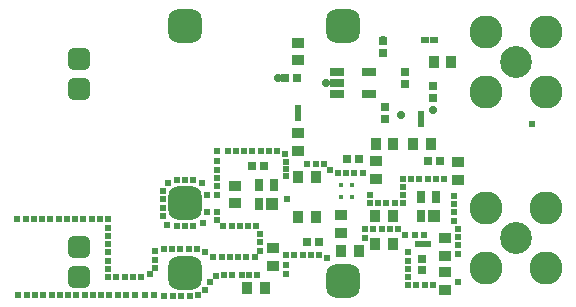
<source format=gts>
%FSLAX44Y44*%
%MOMM*%
G71*
G01*
G75*
G04 Layer_Color=8388736*
%ADD10R,0.5000X0.6000*%
%ADD11R,0.7000X0.9000*%
%ADD12R,1.0500X0.6000*%
%ADD13R,0.3000X0.5000*%
%ADD14R,0.5000X0.3000*%
%ADD15R,0.9000X0.7000*%
%ADD16R,0.6000X0.5000*%
%ADD17R,0.4500X0.3500*%
%ADD18R,0.6000X0.8000*%
%ADD19R,0.9000X0.8000*%
%ADD20C,0.5000*%
%ADD21C,0.2000*%
%ADD22C,0.3000*%
%ADD23C,0.1500*%
%ADD24C,0.2500*%
G04:AMPARAMS|DCode=25|XSize=1.7mm|YSize=1.7mm|CornerRadius=0.425mm|HoleSize=0mm|Usage=FLASHONLY|Rotation=270.000|XOffset=0mm|YOffset=0mm|HoleType=Round|Shape=RoundedRectangle|*
%AMROUNDEDRECTD25*
21,1,1.7000,0.8500,0,0,270.0*
21,1,0.8500,1.7000,0,0,270.0*
1,1,0.8500,-0.4250,-0.4250*
1,1,0.8500,-0.4250,0.4250*
1,1,0.8500,0.4250,0.4250*
1,1,0.8500,0.4250,-0.4250*
%
%ADD25ROUNDEDRECTD25*%
G04:AMPARAMS|DCode=26|XSize=2.6mm|YSize=2.6mm|CornerRadius=0.65mm|HoleSize=0mm|Usage=FLASHONLY|Rotation=270.000|XOffset=0mm|YOffset=0mm|HoleType=Round|Shape=RoundedRectangle|*
%AMROUNDEDRECTD26*
21,1,2.6000,1.3000,0,0,270.0*
21,1,1.3000,2.6000,0,0,270.0*
1,1,1.3000,-0.6500,-0.6500*
1,1,1.3000,-0.6500,0.6500*
1,1,1.3000,0.6500,0.6500*
1,1,1.3000,0.6500,-0.6500*
%
%ADD26ROUNDEDRECTD26*%
%ADD27C,2.6000*%
%ADD28C,2.5000*%
%ADD29C,0.4000*%
%ADD30C,0.5000*%
%ADD31C,0.1000*%
%ADD32C,0.2540*%
%ADD33R,0.7032X0.8032*%
%ADD34R,0.9032X1.1032*%
%ADD35R,1.2532X0.8032*%
%ADD36R,0.5032X0.7032*%
%ADD37R,0.7032X0.5032*%
%ADD38R,1.1032X0.9032*%
%ADD39R,0.8032X0.7032*%
%ADD40R,0.8032X1.0032*%
%ADD41R,1.1032X1.0032*%
G04:AMPARAMS|DCode=42|XSize=1.9032mm|YSize=1.9032mm|CornerRadius=0.5266mm|HoleSize=0mm|Usage=FLASHONLY|Rotation=270.000|XOffset=0mm|YOffset=0mm|HoleType=Round|Shape=RoundedRectangle|*
%AMROUNDEDRECTD42*
21,1,1.9032,0.8500,0,0,270.0*
21,1,0.8500,1.9032,0,0,270.0*
1,1,1.0532,-0.4250,-0.4250*
1,1,1.0532,-0.4250,0.4250*
1,1,1.0532,0.4250,0.4250*
1,1,1.0532,0.4250,-0.4250*
%
%ADD42ROUNDEDRECTD42*%
G04:AMPARAMS|DCode=43|XSize=2.8032mm|YSize=2.8032mm|CornerRadius=0.7516mm|HoleSize=0mm|Usage=FLASHONLY|Rotation=270.000|XOffset=0mm|YOffset=0mm|HoleType=Round|Shape=RoundedRectangle|*
%AMROUNDEDRECTD43*
21,1,2.8032,1.3000,0,0,270.0*
21,1,1.3000,2.8032,0,0,270.0*
1,1,1.5032,-0.6500,-0.6500*
1,1,1.5032,-0.6500,0.6500*
1,1,1.5032,0.6500,0.6500*
1,1,1.5032,0.6500,-0.6500*
%
%ADD43ROUNDEDRECTD43*%
%ADD44C,2.8032*%
%ADD45C,2.7032*%
%ADD46C,0.6032*%
%ADD47C,0.7032*%
D17*
X283000Y118999D02*
D03*
Y108999D02*
D03*
X292000D02*
D03*
Y118999D02*
D03*
D33*
X361000Y203000D02*
D03*
Y193000D02*
D03*
X319000Y231000D02*
D03*
Y241000D02*
D03*
X337000Y215000D02*
D03*
Y205000D02*
D03*
X320000Y185000D02*
D03*
Y175000D02*
D03*
X351300Y46800D02*
D03*
Y56800D02*
D03*
D34*
X376500Y223000D02*
D03*
X361500D02*
D03*
X247000Y92000D02*
D03*
X262000D02*
D03*
X312000Y93000D02*
D03*
X327000D02*
D03*
X247000Y125500D02*
D03*
X262000D02*
D03*
X218500Y32000D02*
D03*
X203500D02*
D03*
X344000Y154000D02*
D03*
X359000D02*
D03*
X327500Y154000D02*
D03*
X312500D02*
D03*
X312000Y69000D02*
D03*
X327000D02*
D03*
X283500Y63000D02*
D03*
X298500D02*
D03*
D35*
X280000Y196000D02*
D03*
Y205500D02*
D03*
Y215000D02*
D03*
X307000Y196000D02*
D03*
Y215000D02*
D03*
D36*
X247000Y176500D02*
D03*
Y183500D02*
D03*
X351000Y178500D02*
D03*
Y171500D02*
D03*
D37*
X354500Y242000D02*
D03*
X361500D02*
D03*
X356000Y69000D02*
D03*
X349000D02*
D03*
D38*
X247000Y239500D02*
D03*
Y224500D02*
D03*
X246500Y148000D02*
D03*
Y163000D02*
D03*
X225500Y65500D02*
D03*
Y50500D02*
D03*
X193500Y103500D02*
D03*
Y118500D02*
D03*
X283500Y93500D02*
D03*
Y78500D02*
D03*
X371000Y30200D02*
D03*
Y45200D02*
D03*
Y59100D02*
D03*
Y74100D02*
D03*
X312500Y139500D02*
D03*
Y124500D02*
D03*
X382500Y123500D02*
D03*
Y138500D02*
D03*
D39*
X246000Y210000D02*
D03*
X236000D02*
D03*
X217500Y135500D02*
D03*
X207500D02*
D03*
X264500Y71000D02*
D03*
X254500D02*
D03*
X366500Y139500D02*
D03*
X356500D02*
D03*
X298500Y141500D02*
D03*
X288500D02*
D03*
D40*
X213500Y103000D02*
D03*
X226500Y119000D02*
D03*
X213500D02*
D03*
X350500Y93000D02*
D03*
X363500Y109000D02*
D03*
X350500D02*
D03*
D41*
X225000Y103000D02*
D03*
X362000Y93000D02*
D03*
D42*
X61000Y41600D02*
D03*
Y67000D02*
D03*
Y200600D02*
D03*
Y226000D02*
D03*
D43*
X151000Y103500D02*
D03*
Y254000D02*
D03*
X151000Y45000D02*
D03*
X285000Y254000D02*
D03*
X285000Y38000D02*
D03*
D44*
X456400Y197600D02*
D03*
X405600D02*
D03*
X456400Y248400D02*
D03*
X405600D02*
D03*
X456400Y48600D02*
D03*
X405600D02*
D03*
X456400Y99400D02*
D03*
X405600D02*
D03*
D45*
X431000Y223000D02*
D03*
Y74000D02*
D03*
D46*
X10000Y26000D02*
D03*
X17000D02*
D03*
X24000D02*
D03*
X31000D02*
D03*
X38000D02*
D03*
X45000D02*
D03*
X52000D02*
D03*
X59000D02*
D03*
X66000D02*
D03*
X73000D02*
D03*
X80000D02*
D03*
X9000Y90000D02*
D03*
X16000D02*
D03*
X23000D02*
D03*
X30000D02*
D03*
X37000D02*
D03*
X44000D02*
D03*
X51000D02*
D03*
X58000D02*
D03*
X65000D02*
D03*
X72000D02*
D03*
X79000D02*
D03*
X86000D02*
D03*
Y83000D02*
D03*
Y76000D02*
D03*
Y69000D02*
D03*
Y62000D02*
D03*
Y55000D02*
D03*
Y48000D02*
D03*
X87000Y26000D02*
D03*
X94000D02*
D03*
X86000Y41000D02*
D03*
X93000D02*
D03*
X371000Y30200D02*
D03*
X298500Y63000D02*
D03*
X165000Y121000D02*
D03*
X158000Y123000D02*
D03*
X151000D02*
D03*
X144000D02*
D03*
Y84000D02*
D03*
X151000D02*
D03*
X158000D02*
D03*
X166000Y87000D02*
D03*
X170000Y96000D02*
D03*
Y111000D02*
D03*
X141000Y25000D02*
D03*
X148000D02*
D03*
X155000D02*
D03*
X162000Y26000D02*
D03*
X168000Y30000D02*
D03*
X172000Y37000D02*
D03*
X177000Y42000D02*
D03*
X184000Y43000D02*
D03*
X140000Y65000D02*
D03*
X147000D02*
D03*
X154000D02*
D03*
X161000D02*
D03*
X168000Y62000D02*
D03*
X175000Y58000D02*
D03*
X182000D02*
D03*
X189000D02*
D03*
X203500Y32000D02*
D03*
X356500Y139500D02*
D03*
X225000Y103000D02*
D03*
X225500Y65500D02*
D03*
X311500Y68500D02*
D03*
X178000Y111000D02*
D03*
X178500Y96500D02*
D03*
X264500Y59500D02*
D03*
X268500Y136500D02*
D03*
X273500Y131500D02*
D03*
X178000Y118000D02*
D03*
Y125000D02*
D03*
X215000Y148000D02*
D03*
X222000D02*
D03*
X229000D02*
D03*
X235500Y145500D02*
D03*
X236500Y138500D02*
D03*
Y132500D02*
D03*
Y126500D02*
D03*
X178500Y89500D02*
D03*
X183500Y84500D02*
D03*
X190500D02*
D03*
X197500D02*
D03*
X204500D02*
D03*
X211500D02*
D03*
X196000Y58000D02*
D03*
X203000D02*
D03*
X210000D02*
D03*
X191000Y43000D02*
D03*
X199000D02*
D03*
X205000D02*
D03*
X212000D02*
D03*
X214500Y63500D02*
D03*
Y70500D02*
D03*
Y77500D02*
D03*
X236500Y43500D02*
D03*
Y51500D02*
D03*
Y59500D02*
D03*
X243500D02*
D03*
X250500D02*
D03*
X257500D02*
D03*
X271500Y57500D02*
D03*
X303500Y74500D02*
D03*
Y81500D02*
D03*
X310500D02*
D03*
X317500D02*
D03*
X324500D02*
D03*
X331500D02*
D03*
X337500Y76500D02*
D03*
X345500D02*
D03*
X353500D02*
D03*
X370500Y124500D02*
D03*
X363500D02*
D03*
X356500D02*
D03*
X349500D02*
D03*
X342500D02*
D03*
X335500D02*
D03*
Y117500D02*
D03*
Y110500D02*
D03*
Y103500D02*
D03*
X328500D02*
D03*
X321500D02*
D03*
X314500D02*
D03*
X307500D02*
D03*
Y110500D02*
D03*
X301500Y129500D02*
D03*
X294500D02*
D03*
X287500D02*
D03*
X280500D02*
D03*
X261500Y136500D02*
D03*
X254500D02*
D03*
X136000Y85000D02*
D03*
X137000Y121000D02*
D03*
X132000Y114000D02*
D03*
Y100000D02*
D03*
Y107000D02*
D03*
Y93000D02*
D03*
X445000Y170500D02*
D03*
X133000Y25000D02*
D03*
X125000Y26000D02*
D03*
X117000D02*
D03*
X109000D02*
D03*
X101000D02*
D03*
X126000Y63000D02*
D03*
Y56000D02*
D03*
X126000Y49000D02*
D03*
X121000Y44000D02*
D03*
X114000Y41000D02*
D03*
X107000D02*
D03*
X100000D02*
D03*
X379000Y110000D02*
D03*
Y103000D02*
D03*
Y96000D02*
D03*
Y89000D02*
D03*
X382000Y82000D02*
D03*
Y75000D02*
D03*
Y68000D02*
D03*
Y61000D02*
D03*
Y37000D02*
D03*
X340000Y62000D02*
D03*
Y55000D02*
D03*
Y48000D02*
D03*
Y41000D02*
D03*
Y34000D02*
D03*
X347000D02*
D03*
X354000D02*
D03*
X361000D02*
D03*
X178000Y132000D02*
D03*
Y139000D02*
D03*
Y148000D02*
D03*
X187000D02*
D03*
X194000D02*
D03*
X201000D02*
D03*
X208000D02*
D03*
X237000Y107000D02*
D03*
X133000Y65000D02*
D03*
D47*
X361000Y183000D02*
D03*
X230000Y210000D02*
D03*
X288500Y141500D02*
D03*
X333500Y178500D02*
D03*
X270500Y205500D02*
D03*
X319000Y242000D02*
D03*
M02*

</source>
